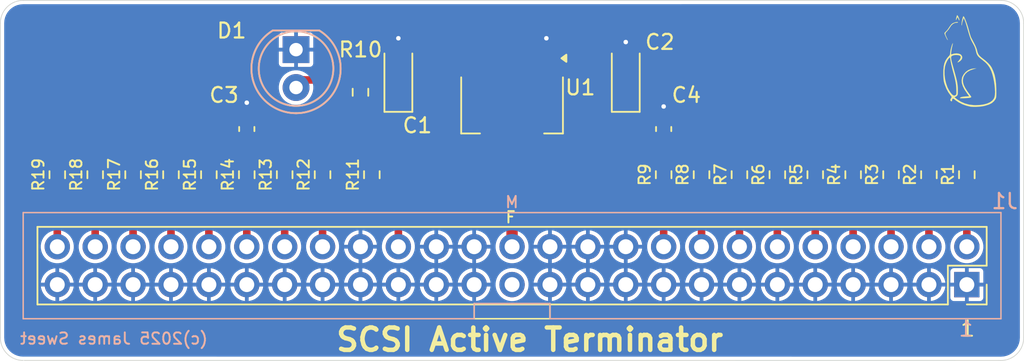
<source format=kicad_pcb>
(kicad_pcb (version 20241229) (generator "pcbnew") (generator_version "9.0")
  (layers (0 "F.Cu" signal) (2 "B.Cu" signal) (13 "F.Paste" user) (15 "B.Paste" user) (5 "F.SilkS" user "F.Silkscreen") (7 "B.SilkS" user "B.Silkscreen") (1 "F.Mask" user) (3 "B.Mask" user) (25 "Edge.Cuts" user))
  (net 0 "")
  (net 1 "GND")
  (net 2 "TRM_PWR")
  (net 3 "+2.85V")
  (net 4 "Net-(D1-A)")
  (net 5 "Net-(J1-Pin_12)")
  (net 6 "Net-(J1-Pin_14)")
  (net 7 "Net-(J1-Pin_46)")
  (net 8 "Net-(J1-Pin_8)")
  (net 9 "Net-(J1-Pin_36)")
  (net 10 "Net-(J1-Pin_10)")
  (net 11 "Net-(J1-Pin_48)")
  (net 12 "Net-(J1-Pin_18)")
  (net 13 "Net-(J1-Pin_2)")
  (net 15 "Net-(J1-Pin_6)")
  (net 16 "Net-(J1-Pin_38)")
  (net 17 "Net-(J1-Pin_40)")
  (net 18 "Net-(J1-Pin_32)")
  (net 19 "Net-(J1-Pin_42)")
  (net 20 "Net-(J1-Pin_50)")
  (net 21 "Net-(J1-Pin_44)")
  (net 22 "Net-(J1-Pin_16)")
  (net 23 "Net-(J1-Pin_4)")
  (footprint "Resistor_SMD:R_0603_1608Metric" (layer "F.Cu") (at 166.624 100.076 90)
    (property "Reference" "R6" (at 0 -1.27 90) (layer "F.SilkS") (effects (font (size 0.762 0.762) (thickness 0.127) (bold yes))))
    (property "Value" "110R")
    (fp_line (start -0.237258 -0.5225) (end 0.237258 -0.5225) (stroke (width 0.12)) (layer "F.SilkS"))
    (fp_line (start -0.237258 0.5225) (end 0.237258 0.5225) (stroke (width 0.12)) (layer "F.SilkS"))
    (pad "1" smd roundrect (at -0.825 0 90) (size 0.8 0.95) (layers "F.Cu" "F.Mask" "F.Paste") (net 5 "Net-(J1-Pin_12)"))
    (pad "2" smd roundrect (at 0.825 0 90) (size 0.8 0.95) (layers "F.Cu" "F.Mask" "F.Paste") (net 3 "+2.85V"))
  )
  (footprint "Resistor_SMD:R_0603_1608Metric" (layer "F.Cu") (at 123.444 100.076 90)
    (property "Reference" "R17" (at 0 -1.27 90) (layer "F.SilkS") (effects (font (size 0.762 0.762) (thickness 0.127) (bold yes))))
    (property "Value" "110R")
    (fp_line (start -0.237258 -0.5225) (end 0.237258 -0.5225) (stroke (width 0.12)) (layer "F.SilkS"))
    (fp_line (start -0.237258 0.5225) (end 0.237258 0.5225) (stroke (width 0.12)) (layer "F.SilkS"))
    (pad "1" smd roundrect (at -0.825 0 90) (size 0.8 0.95) (layers "F.Cu" "F.Mask" "F.Paste") (net 7 "Net-(J1-Pin_46)"))
    (pad "2" smd roundrect (at 0.825 0 90) (size 0.8 0.95) (layers "F.Cu" "F.Mask" "F.Paste") (net 3 "+2.85V"))
  )
  (footprint "Resistor_SMD:R_0603_1608Metric" (layer "F.Cu") (at 164.084 100.076 90)
    (property "Reference" "R7" (at 0 -1.27 90) (layer "F.SilkS") (effects (font (size 0.762 0.762) (thickness 0.127) (bold yes))))
    (property "Value" "110R")
    (fp_line (start -0.237258 -0.5225) (end 0.237258 -0.5225) (stroke (width 0.12)) (layer "F.SilkS"))
    (fp_line (start -0.237258 0.5225) (end 0.237258 0.5225) (stroke (width 0.12)) (layer "F.SilkS"))
    (pad "1" smd roundrect (at -0.825 0 90) (size 0.8 0.95) (layers "F.Cu" "F.Mask" "F.Paste") (net 6 "Net-(J1-Pin_14)"))
    (pad "2" smd roundrect (at 0.825 0 90) (size 0.8 0.95) (layers "F.Cu" "F.Mask" "F.Paste") (net 3 "+2.85V"))
  )
  (footprint "Resistor_SMD:R_0603_1608Metric" (layer "F.Cu") (at 179.324 100.076 90)
    (property "Reference" "R1" (at 0 -1.27 90) (layer "F.SilkS") (effects (font (size 0.762 0.762) (thickness 0.127) (bold yes))))
    (property "Value" "110R")
    (fp_line (start -0.237258 -0.5225) (end 0.237258 -0.5225) (stroke (width 0.12)) (layer "F.SilkS"))
    (fp_line (start -0.237258 0.5225) (end 0.237258 0.5225) (stroke (width 0.12)) (layer "F.SilkS"))
    (pad "1" smd roundrect (at -0.825 0 90) (size 0.8 0.95) (layers "F.Cu" "F.Mask" "F.Paste") (net 13 "Net-(J1-Pin_2)"))
    (pad "2" smd roundrect (at 0.825 0 90) (size 0.8 0.95) (layers "F.Cu" "F.Mask" "F.Paste") (net 3 "+2.85V"))
  )
  (footprint "Resistor_SMD:R_0603_1608Metric" (layer "F.Cu") (at 161.544 100.076 90)
    (property "Reference" "R8" (at 0 -1.27 90) (layer "F.SilkS") (effects (font (size 0.762 0.762) (thickness 0.127) (bold yes))))
    (property "Value" "110R")
    (fp_line (start -0.237258 -0.5225) (end 0.237258 -0.5225) (stroke (width 0.12)) (layer "F.SilkS"))
    (fp_line (start -0.237258 0.5225) (end 0.237258 0.5225) (stroke (width 0.12)) (layer "F.SilkS"))
    (pad "1" smd roundrect (at -0.825 0 90) (size 0.8 0.95) (layers "F.Cu" "F.Mask" "F.Paste") (net 22 "Net-(J1-Pin_16)"))
    (pad "2" smd roundrect (at 0.825 0 90) (size 0.8 0.95) (layers "F.Cu" "F.Mask" "F.Paste") (net 3 "+2.85V"))
  )
  (footprint "Package_TO_SOT_SMD:SOT-223-3_TabPin2" (layer "F.Cu") (at 148.844 95.402 -90)
    (property "Reference" "U1" (at -1.168 -4.572 180) (layer "F.SilkS"))
    (property "Value" "AMS1117-2.85")
    (fp_line (start -1.85 3.41) (end 1.91 3.41) (stroke (width 0.12)) (layer "F.SilkS"))
    (fp_line (start 1.91 3.41) (end 1.91 2.15) (stroke (width 0.12)) (layer "F.SilkS"))
    (fp_line (start -1.85 -3.41) (end 1.91 -3.41) (stroke (width 0.12)) (layer "F.SilkS"))
    (fp_line (start 1.91 -3.41) (end 1.91 -2.15) (stroke (width 0.12)) (layer "F.SilkS"))
    (fp_poly (pts (xy -3.13 -3.31) (xy -3.37 -3.64) (xy -2.89 -3.64) (xy -3.13 -3.31)) (stroke (width 0.12)) (fill yes) (layer "F.SilkS"))
    (pad "1" smd roundrect (at -3.15 -2.3 270) (size 2 1.5) (layers "F.Cu" "F.Mask" "F.Paste") (net 1 "GND"))
    (pad "2" smd roundrect (at -3.15 0 270) (size 2 1.5) (layers "F.Cu" "F.Mask" "F.Paste") (net 3 "+2.85V"))
    (pad "2" smd roundrect (at 3.15 0 270) (size 2 3.8) (layers "F.Cu" "F.Mask" "F.Paste") (net 3 "+2.85V"))
    (pad "3" smd roundrect (at -3.15 2.3 270) (size 2 1.5) (layers "F.Cu" "F.Mask" "F.Paste") (net 2 "TRM_PWR"))
  )
  (footprint "Resistor_SMD:R_0603_1608Metric" (layer "F.Cu") (at 139.446 100.076 90)
    (property "Reference" "R11" (at 0 -1.27 90) (layer "F.SilkS") (effects (font (size 0.762 0.762) (thickness 0.127) (bold yes))))
    (property "Value" "110R")
    (fp_line (start -0.237258 -0.5225) (end 0.237258 -0.5225) (stroke (width 0.12)) (layer "F.SilkS"))
    (fp_line (start -0.237258 0.5225) (end 0.237258 0.5225) (stroke (width 0.12)) (layer "F.SilkS"))
    (pad "1" smd roundrect (at -0.825 0 90) (size 0.8 0.95) (layers "F.Cu" "F.Mask" "F.Paste") (net 18 "Net-(J1-Pin_32)"))
    (pad "2" smd roundrect (at 0.825 0 90) (size 0.8 0.95) (layers "F.Cu" "F.Mask" "F.Paste") (net 3 "+2.85V"))
  )
  (footprint "Resistor_SMD:R_0603_1608Metric" (layer "F.Cu") (at 125.984 100.076 90)
    (property "Reference" "R16" (at 0 -1.27 90) (layer "F.SilkS") (effects (font (size 0.762 0.762) (thickness 0.127) (bold yes))))
    (property "Value" "110R")
    (fp_line (start -0.237258 -0.5225) (end 0.237258 -0.5225) (stroke (width 0.12)) (layer "F.SilkS"))
    (fp_line (start -0.237258 0.5225) (end 0.237258 0.5225) (stroke (width 0.12)) (layer "F.SilkS"))
    (pad "1" smd roundrect (at -0.825 0 90) (size 0.8 0.95) (layers "F.Cu" "F.Mask" "F.Paste") (net 21 "Net-(J1-Pin_44)"))
    (pad "2" smd roundrect (at 0.825 0 90) (size 0.8 0.95) (layers "F.Cu" "F.Mask" "F.Paste") (net 3 "+2.85V"))
  )
  (footprint "Resistor_SMD:R_0603_1608Metric" (layer "F.Cu") (at 131.064 100.076 90)
    (property "Reference" "R14" (at 0 -1.27 90) (layer "F.SilkS") (effects (font (size 0.762 0.762) (thickness 0.127) (bold yes))))
    (property "Value" "110R")
    (fp_line (start -0.237258 -0.5225) (end 0.237258 -0.5225) (stroke (width 0.12)) (layer "F.SilkS"))
    (fp_line (start -0.237258 0.5225) (end 0.237258 0.5225) (stroke (width 0.12)) (layer "F.SilkS"))
    (pad "1" smd roundrect (at -0.825 0 90) (size 0.8 0.95) (layers "F.Cu" "F.Mask" "F.Paste") (net 17 "Net-(J1-Pin_40)"))
    (pad "2" smd roundrect (at 0.825 0 90) (size 0.8 0.95) (layers "F.Cu" "F.Mask" "F.Paste") (net 3 "+2.85V"))
  )
  (footprint "Resistor_SMD:R_0603_1608Metric" (layer "F.Cu") (at 120.904 100.076 90)
    (property "Reference" "R18" (at 0 -1.27 90) (layer "F.SilkS") (effects (font (size 0.762 0.762) (thickness 0.127) (bold yes))))
    (property "Value" "110R")
    (fp_line (start -0.237258 -0.5225) (end 0.237258 -0.5225) (stroke (width 0.12)) (layer "F.SilkS"))
    (fp_line (start -0.237258 0.5225) (end 0.237258 0.5225) (stroke (width 0.12)) (layer "F.SilkS"))
    (pad "1" smd roundrect (at -0.825 0 90) (size 0.8 0.95) (layers "F.Cu" "F.Mask" "F.Paste") (net 11 "Net-(J1-Pin_48)"))
    (pad "2" smd roundrect (at 0.825 0 90) (size 0.8 0.95) (layers "F.Cu" "F.Mask" "F.Paste") (net 3 "+2.85V"))
  )
  (footprint "Logo:cat_300" (layer "F.Cu") (at 179.324 92.456)
    (property "Reference" "VAL" (hide yes))
    (property "Value" "REF" (hide yes))
    (fp_poly (pts (xy -0.4953 -2.75082) (xy -0.49784 -2.75082) (xy -0.50546 -2.7178) (xy -0.5207 -2.72796) (xy -0.54864 -2.78384) (xy -0.54864 -2.78638) (xy -0.58166 -2.86004) (xy -0.60452 -2.91592) (xy -0.60706 -2.92354) (xy -0.62484 -2.92862) (xy -0.65278 -2.8829) (xy -0.67056 -2.84734) (xy -0.6985 -2.7813) (xy -0.7239 -2.7432) (xy -0.72898 -2.7432) (xy -0.73152 -2.77368) (xy -0.72136 -2.83972) (xy -0.70358 -2.921) (xy -0.68072 -2.99974) (xy -0.6604 -3.05562) (xy -0.65278 -3.06832) (xy -0.62992 -3.06324) (xy -0.5969 -3.01752) (xy -0.56134 -2.95148) (xy -0.52832 -2.87528) (xy -0.50292 -2.80416) (xy -0.4953 -2.75082)) (stroke (width 0.00254)) (fill yes) (layer "F.SilkS"))
    (fp_poly (pts (xy -0.58928 -2.59842) (xy -0.5969 -2.57556) (xy -0.65786 -2.56794) (xy -0.66548 -2.56794) (xy -0.80772 -2.54762) (xy -0.93472 -2.48158) (xy -1.04902 -2.37236) (xy -1.15062 -2.21996) (xy -1.2192 -2.11836) (xy -1.30048 -2.0193) (xy -1.34112 -1.97358) (xy -1.39954 -1.91516) (xy -1.43002 -1.85928) (xy -1.4351 -1.80086) (xy -1.41478 -1.71958) (xy -1.36652 -1.61036) (xy -1.34366 -1.55956) (xy -1.29794 -1.46304) (xy -1.27762 -1.41224) (xy -1.27762 -1.397) (xy -1.2954 -1.41478) (xy -1.30556 -1.42748) (xy -1.33858 -1.47828) (xy -1.37922 -1.55956) (xy -1.42494 -1.65354) (xy -1.46558 -1.74752) (xy -1.49352 -1.82372) (xy -1.50114 -1.86182) (xy -1.48082 -1.90754) (xy -1.43002 -1.95834) (xy -1.41732 -1.9685) (xy -1.36652 -2.01676) (xy -1.29794 -2.09804) (xy -1.22428 -2.19964) (xy -1.18872 -2.25552) (xy -1.10236 -2.37998) (xy -1.0287 -2.46634) (xy -0.96012 -2.52222) (xy -0.93218 -2.53746) (xy -0.83312 -2.5781) (xy -0.7366 -2.60604) (xy -0.65278 -2.6162) (xy -0.5969 -2.60604) (xy -0.58928 -2.59842)) (stroke (width 0.00254)) (fill yes) (layer "F.SilkS"))
    (fp_poly (pts (xy 0.64262 0.49276) (xy 0.46482 0.54102) (xy 0.22606 0.62484) (xy 0.03556 0.73406) (xy -0.10668 0.86868) (xy -0.20574 1.0287) (xy -0.23622 1.1176) (xy -0.26416 1.27254) (xy -0.254 1.43256) (xy -0.20574 1.60528) (xy -0.11684 1.7907) (xy 0.01524 2.00152) (xy 0.10922 2.1336) (xy 0.18542 2.2352) (xy 0.24638 2.32156) (xy 0.28702 2.38252) (xy 0.29972 2.41046) (xy 0.27686 2.43586) (xy 0.23876 2.45364) (xy 0.18542 2.46634) (xy 0.09652 2.4765) (xy -0.0127 2.48412) (xy -0.13208 2.49174) (xy -0.24892 2.49682) (xy -0.35052 2.49682) (xy -0.42672 2.49428) (xy -0.46228 2.48666) (xy -0.46482 2.48412) (xy -0.43688 2.44602) (xy -0.36068 2.413) (xy -0.23622 2.39014) (xy -0.09144 2.37744) (xy 0.15748 2.3622) (xy 0.00762 2.15646) (xy -0.15494 1.91516) (xy -0.2667 1.69164) (xy -0.33274 1.4859) (xy -0.34798 1.29286) (xy -0.32004 1.10998) (xy -0.30226 1.05918) (xy -0.20574 0.87884) (xy -0.06858 0.72644) (xy 0.09906 0.60706) (xy 0.2921 0.53086) (xy 0.46482 0.50038) (xy 0.64262 0.49276)) (stroke (width 0.00254)) (fill yes) (layer "F.SilkS"))
    (fp_poly (pts (xy 1.97866 2.15138) (xy 1.97612 2.27838) (xy 1.97104 2.37236) (xy 1.96342 2.4384) (xy 1.95072 2.4892) (xy 1.93294 2.53238) (xy 1.92024 2.55778) (xy 1.8161 2.70002) (xy 1.6764 2.8194) (xy 1.49098 2.91592) (xy 1.25984 2.98958) (xy 1.13792 3.02006) (xy 0.98552 3.04546) (xy 0.80518 3.06324) (xy 0.61722 3.0734) (xy 0.44196 3.0734) (xy 0.2921 3.06578) (xy 0.24638 3.0607) (xy -0.03048 2.99466) (xy -0.29972 2.89814) (xy -0.55118 2.7686) (xy -0.76962 2.62128) (xy -0.79756 2.59588) (xy -0.86868 2.54254) (xy -0.91694 2.52222) (xy -0.9525 2.53238) (xy -0.98552 2.58318) (xy -0.98806 2.63144) (xy -0.99822 2.68986) (xy -1.03378 2.7051) (xy -1.08204 2.67208) (xy -1.0922 2.66192) (xy -1.10998 2.61366) (xy -1.0922 2.55016) (xy -1.03632 2.45872) (xy -1.03378 2.45364) (xy -1.02108 2.42062) (xy -1.03378 2.37744) (xy -1.08204 2.31394) (xy -1.09474 2.2987) (xy -1.24206 2.0955) (xy -1.37414 1.85166) (xy -1.47828 1.58496) (xy -1.48082 1.58496) (xy -1.51384 1.4732) (xy -1.53924 1.37922) (xy -1.55448 1.28524) (xy -1.56464 1.17602) (xy -1.57226 1.03632) (xy -1.57734 0.9144) (xy -1.5748 0.61976) (xy -1.55194 0.36576) (xy -1.50368 0.14986) (xy -1.42748 -0.03556) (xy -1.3208 -0.19558) (xy -1.24206 -0.28702) (xy -1.17348 -0.36322) (xy -1.13538 -0.42164) (xy -1.12268 -0.48514) (xy -1.12014 -0.52832) (xy -1.11252 -0.60198) (xy -1.09728 -0.70104) (xy -1.07188 -0.81534) (xy -1.0414 -0.92964) (xy -1.01092 -1.03632) (xy -0.98044 -1.12268) (xy -0.95504 -1.17856) (xy -0.93726 -1.1938) (xy -0.93726 -1.19126) (xy -0.9398 -1.16332) (xy -0.9525 -1.09474) (xy -0.97282 -0.99822) (xy -0.98044 -0.9652) (xy -1.00838 -0.8382) (xy -1.03124 -0.70358) (xy -1.04648 -0.59436) (xy -1.04902 -0.59182) (xy -1.0541 -0.50292) (xy -1.05156 -0.4572) (xy -1.03632 -0.4445) (xy -1.016 -0.44958) (xy -0.84836 -0.49784) (xy -0.6858 -0.51054) (xy -0.53848 -0.49276) (xy -0.42164 -0.4445) (xy -0.37846 -0.40894) (xy -0.3175 -0.31496) (xy -0.30734 -0.21336) (xy -0.3429 -0.10922) (xy -0.42926 -0.0127) (xy -0.47244 0.02032) (xy -0.56388 0.0762) (xy -0.61468 0.09906) (xy -0.6223 0.08382) (xy -0.58928 0.03302) (xy -0.53848 -0.0254) (xy -0.45212 -0.1397) (xy -0.41148 -0.23622) (xy -0.41656 -0.30988) (xy -0.46482 -0.3556) (xy -0.56134 -0.38862) (xy -0.67818 -0.40132) (xy -0.8001 -0.39878) (xy -0.91186 -0.37592) (xy -0.99822 -0.34036) (xy -1.03886 -0.29972) (xy -1.05156 -0.26162) (xy -1.0541 -0.20574) (xy -1.04394 -0.127) (xy -1.02362 -0.01778) (xy -0.9906 0.12192) (xy -0.94234 0.30226) (xy -0.87884 0.52832) (xy -0.84582 0.6477) (xy -0.77216 0.91186) (xy -0.71374 1.13284) (xy -0.66802 1.3208) (xy -0.63754 1.4859) (xy -0.61722 1.6383) (xy -0.60452 1.78562) (xy -0.60198 1.93802) (xy -0.59944 1.97104) (xy -0.60198 2.10312) (xy -0.60452 2.19456) (xy -0.61468 2.25298) (xy -0.62992 2.29362) (xy -0.65786 2.3241) (xy -0.66802 2.3368) (xy -0.70104 2.3622) (xy -0.70104 2.09296) (xy -0.70358 1.96596) (xy -0.70358 1.93548) (xy -0.7112 1.7653) (xy -0.7239 1.60528) (xy -0.7493 1.44526) (xy -0.78232 1.27) (xy -0.82804 1.06934) (xy -0.889 0.83566) (xy -0.91694 0.7366) (xy -0.96266 0.56388) (xy -1.00584 0.38354) (xy -1.04648 0.2159) (xy -1.07442 0.07366) (xy -1.08458 0.02032) (xy -1.1303 -0.24638) (xy -1.19634 -0.18542) (xy -1.26492 -0.09906) (xy -1.33604 0.0254) (xy -1.39954 0.16764) (xy -1.4478 0.3175) (xy -1.46304 0.37846) (xy -1.49606 0.63754) (xy -1.49352 0.91948) (xy -1.45796 1.21158) (xy -1.38938 1.4986) (xy -1.29794 1.76276) (xy -1.19634 1.95834) (xy -1.0922 2.11836) (xy -1.00076 2.23012) (xy -0.91948 2.29616) (xy -0.84582 2.31902) (xy -0.77216 2.2987) (xy -0.7493 2.28346) (xy -0.72644 2.2606) (xy -0.7112 2.22758) (xy -0.70358 2.17678) (xy -0.70104 2.09296) (xy -0.70104 2.3622) (xy -0.7239 2.38252) (xy -0.7747 2.40284) (xy -0.77724 2.40284) (xy -0.8128 2.41046) (xy -0.81026 2.43332) (xy -0.76454 2.47904) (xy -0.67818 2.54762) (xy -0.66294 2.56032) (xy -0.40132 2.72542) (xy -0.13208 2.8448) (xy 0.15494 2.921) (xy 0.4699 2.95656) (xy 0.58674 2.9591) (xy 0.87884 2.9464) (xy 1.14046 2.9083) (xy 1.36906 2.8448) (xy 1.55956 2.75844) (xy 1.70688 2.64922) (xy 1.81102 2.51968) (xy 1.8542 2.413) (xy 1.88214 2.2606) (xy 1.88976 2.0701) (xy 1.8796 1.85166) (xy 1.85674 1.6129) (xy 1.82118 1.36652) (xy 1.77292 1.12522) (xy 1.7145 0.89916) (xy 1.64846 0.6985) (xy 1.6002 0.58674) (xy 1.50876 0.41402) (xy 1.39954 0.26162) (xy 1.26492 0.11684) (xy 1.0922 -0.02794) (xy 1.0287 -0.07874) (xy 0.89154 -0.18796) (xy 0.78994 -0.2794) (xy 0.72136 -0.36322) (xy 0.67056 -0.45466) (xy 0.635 -0.56134) (xy 0.61468 -0.64516) (xy 0.5842 -0.77216) (xy 0.55372 -0.87376) (xy 0.51816 -0.9652) (xy 0.46736 -1.0668) (xy 0.39878 -1.19634) (xy 0.37846 -1.22936) (xy 0.3302 -1.3208) (xy 0.28448 -1.41224) (xy 0.2413 -1.5113) (xy 0.20066 -1.62814) (xy 0.15494 -1.76784) (xy 0.10414 -1.94056) (xy 0.04318 -2.15392) (xy 0.01524 -2.25298) (xy -0.02794 -2.39776) (xy -0.07112 -2.53746) (xy -0.11176 -2.65684) (xy -0.14478 -2.74066) (xy -0.14732 -2.7432) (xy -0.20828 -2.8829) (xy -0.26924 -2.7051) (xy -0.29972 -2.60096) (xy -0.32004 -2.50444) (xy -0.32766 -2.44602) (xy -0.33274 -2.39522) (xy -0.34544 -2.39268) (xy -0.3556 -2.40538) (xy -0.35814 -2.44856) (xy -0.35052 -2.52984) (xy -0.33528 -2.63652) (xy -0.31242 -2.7559) (xy -0.28448 -2.86766) (xy -0.254 -2.96418) (xy -0.24384 -2.98958) (xy -0.22352 -3.00228) (xy -0.1905 -2.96418) (xy -0.14732 -2.88798) (xy -0.09906 -2.77622) (xy -0.04318 -2.63398) (xy 0.01524 -2.46888) (xy 0.07366 -2.28854) (xy 0.12192 -2.11582) (xy 0.1651 -1.96088) (xy 0.20574 -1.81864) (xy 0.2413 -1.7018) (xy 0.26924 -1.61798) (xy 0.28448 -1.58496) (xy 0.30988 -1.53416) (xy 0.3556 -1.4478) (xy 0.41402 -1.33604) (xy 0.47752 -1.21412) (xy 0.48514 -1.20142) (xy 0.56642 -1.03886) (xy 0.62992 -0.889) (xy 0.6731 -0.76708) (xy 0.68326 -0.7239) (xy 0.72136 -0.57658) (xy 0.77216 -0.45974) (xy 0.84582 -0.35814) (xy 0.95504 -0.25654) (xy 1.0287 -0.19812) (xy 1.24968 -0.0254) (xy 1.4224 0.13208) (xy 1.55702 0.2794) (xy 1.65354 0.4191) (xy 1.67386 0.45974) (xy 1.78054 0.69342) (xy 1.86436 0.9398) (xy 1.92024 1.21158) (xy 1.95834 1.51638) (xy 1.97612 1.86182) (xy 1.97612 1.9812) (xy 1.97866 2.15138)) (stroke (width 0.00254)) (fill yes) (layer "F.SilkS"))
  )
  (footprint "Capacitor_Tantalum_SMD:CP_EIA-3216-18_Kemet-A" (layer "F.Cu") (at 156.464 93.552 90)
    (property "Reference" "C2" (at 2.366 2.286 180) (layer "F.SilkS"))
    (property "Value" "22uF")
    (fp_line (start 1.6 -0.935) (end -2.31 -0.935) (stroke (width 0.12)) (layer "F.SilkS"))
    (fp_line (start -2.31 -0.935) (end -2.31 0.935) (stroke (width 0.12)) (layer "F.SilkS"))
    (fp_line (start -2.31 0.935) (end 1.6 0.935) (stroke (width 0.12)) (layer "F.SilkS"))
    (pad "1" smd roundrect (at -1.35 0 90) (size 1.4 1.35) (layers "F.Cu" "F.Mask" "F.Paste") (roundrect_rratio 0.185185) (net 3 "+2.85V"))
    (pad "2" smd roundrect (at 1.35 0 90) (size 1.4 1.35) (layers "F.Cu" "F.Mask" "F.Paste") (roundrect_rratio 0.185185) (net 1 "GND"))
  )
  (footprint "Resistor_SMD:R_0603_1608Metric" (layer "F.Cu") (at 138.684 94.551 -90)
    (property "Reference" "R10" (at -2.857 0 0) (layer "F.SilkS"))
    (property "Value" "330R")
    (fp_line (start -0.237258 0.5225) (end 0.237258 0.5225) (stroke (width 0.12)) (layer "F.SilkS"))
    (fp_line (start -0.237258 -0.5225) (end 0.237258 -0.5225) (stroke (width 0.12)) (layer "F.SilkS"))
    (pad "1" smd roundrect (at -0.825 0 270) (size 0.8 0.95) (layers "F.Cu" "F.Mask" "F.Paste") (net 4 "Net-(D1-A)"))
    (pad "2" smd roundrect (at 0.825 0 270) (size 0.8 0.95) (layers "F.Cu" "F.Mask" "F.Paste") (net 2 "TRM_PWR"))
  )
  (footprint "Resistor_SMD:R_0603_1608Metric" (layer "F.Cu") (at 136.144 100.076 90)
    (property "Reference" "R12" (at 0 -1.27 90) (layer "F.SilkS") (effects (font (size 0.762 0.762) (thickness 0.127) (bold yes))))
    (property "Value" "110R")
    (fp_line (start -0.237258 -0.5225) (end 0.237258 -0.5225) (stroke (width 0.12)) (layer "F.SilkS"))
    (fp_line (start -0.237258 0.5225) (end 0.237258 0.5225) (stroke (width 0.12)) (layer "F.SilkS"))
    (pad "1" smd roundrect (at -0.825 0 90) (size 0.8 0.95) (layers "F.Cu" "F.Mask" "F.Paste") (net 9 "Net-(J1-Pin_36)"))
    (pad "2" smd roundrect (at 0.825 0 90) (size 0.8 0.95) (layers "F.Cu" "F.Mask" "F.Paste") (net 3 "+2.85V"))
  )
  (footprint "Capacitor_SMD:C_0603_1608Metric" (layer "F.Cu") (at 159.004 97.015 90)
    (property "Reference" "C4" (at 2.273 1.524 180) (layer "F.SilkS"))
    (property "Value" "100n")
    (fp_line (start -0.14058 -0.51) (end 0.14058 -0.51) (stroke (width 0.12)) (layer "F.SilkS"))
    (fp_line (start -0.14058 0.51) (end 0.14058 0.51) (stroke (width 0.12)) (layer "F.SilkS"))
    (pad "1" smd roundrect (at -0.775 0 90) (size 0.9 0.95) (layers "F.Cu" "F.Mask" "F.Paste") (net 3 "+2.85V"))
    (pad "2" smd roundrect (at 0.775 0 90) (size 0.9 0.95) (layers "F.Cu" "F.Mask" "F.Paste") (net 1 "GND"))
  )
  (footprint "Resistor_SMD:R_0603_1608Metric" (layer "F.Cu") (at 174.244 100.076 90)
    (property "Reference" "R3" (at 0 -1.27 90) (layer "F.SilkS") (effects (font (size 0.762 0.762) (thickness 0.127) (bold yes))))
    (property "Value" "110R")
    (fp_line (start -0.237258 -0.5225) (end 0.237258 -0.5225) (stroke (width 0.12)) (layer "F.SilkS"))
    (fp_line (start -0.237258 0.5225) (end 0.237258 0.5225) (stroke (width 0.12)) (layer "F.SilkS"))
    (pad "1" smd roundrect (at -0.825 0 90) (size 0.8 0.95) (layers "F.Cu" "F.Mask" "F.Paste") (net 15 "Net-(J1-Pin_6)"))
    (pad "2" smd roundrect (at 0.825 0 90) (size 0.8 0.95) (layers "F.Cu" "F.Mask" "F.Paste") (net 3 "+2.85V"))
  )
  (footprint "Resistor_SMD:R_0603_1608Metric" (layer "F.Cu") (at 118.364 100.076 90)
    (property "Reference" "R19" (at 0 -1.27 90) (layer "F.SilkS") (effects (font (size 0.762 0.762) (thickness 0.127) (bold yes))))
    (property "Value" "110R")
    (fp_line (start -0.237258 -0.5225) (end 0.237258 -0.5225) (stroke (width 0.12)) (layer "F.SilkS"))
    (fp_line (start -0.237258 0.5225) (end 0.237258 0.5225) (stroke (width 0.12)) (layer "F.SilkS"))
    (pad "1" smd roundrect (at -0.825 0 90) (size 0.8 0.95) (layers "F.Cu" "F.Mask" "F.Paste") (net 20 "Net-(J1-Pin_50)"))
    (pad "2" smd roundrect (at 0.825 0 90) (size 0.8 0.95) (layers "F.Cu" "F.Mask" "F.Paste") (net 3 "+2.85V"))
  )
  (footprint "Capacitor_SMD:C_0603_1608Metric" (layer "F.Cu") (at 131.064 97.015 90)
    (property "Reference" "C3" (at 2.273 -1.524 180) (layer "F.SilkS"))
    (property "Value" "100n")
    (fp_line (start -0.14058 -0.51) (end 0.14058 -0.51) (stroke (width 0.12)) (layer "F.SilkS"))
    (fp_line (start -0.14058 0.51) (end 0.14058 0.51) (stroke (width 0.12)) (layer "F.SilkS"))
    (pad "1" smd roundrect (at -0.775 0 90) (size 0.9 0.95) (layers "F.Cu" "F.Mask" "F.Paste") (net 3 "+2.85V"))
    (pad "2" smd roundrect (at 0.775 0 90) (size 0.9 0.95) (layers "F.Cu" "F.Mask" "F.Paste") (net 1 "GND"))
  )
  (footprint "Resistor_SMD:R_0603_1608Metric" (layer "F.Cu") (at 159.004 100.076 90)
    (property "Reference" "R9" (at 0 -1.27 90) (layer "F.SilkS") (effects (font (size 0.762 0.762) (thickness 0.127) (bold yes))))
    (property "Value" "110R")
    (fp_line (start -0.237258 -0.5225) (end 0.237258 -0.5225) (stroke (width 0.12)) (layer "F.SilkS"))
    (fp_line (start -0.237258 0.5225) (end 0.237258 0.5225) (stroke (width 0.12)) (layer "F.SilkS"))
    (pad "1" smd roundrect (at -0.825 0 90) (size 0.8 0.95) (layers "F.Cu" "F.Mask" "F.Paste") (net 12 "Net-(J1-Pin_18)"))
    (pad "2" smd roundrect (at 0.825 0 90) (size 0.8 0.95) (layers "F.Cu" "F.Mask" "F.Paste") (net 3 "+2.85V"))
  )
  (footprint "Resistor_SMD:R_0603_1608Metric" (layer "F.Cu") (at 128.524 100.076 90)
    (property "Reference" "R15" (at 0 -1.27 90) (layer "F.SilkS") (effects (font (size 0.762 0.762) (thickness 0.127) (bold yes))))
    (property "Value" "110R")
    (fp_line (start -0.237258 -0.5225) (end 0.237258 -0.5225) (stroke (width 0.12)) (layer "F.SilkS"))
    (fp_line (start -0.237258 0.5225) (end 0.237258 0.5225) (stroke (width 0.12)) (layer "F.SilkS"))
    (pad "1" smd roundrect (at -0.825 0 90) (size 0.8 0.95) (layers "F.Cu" "F.Mask" "F.Paste") (net 19 "Net-(J1-Pin_42)"))
    (pad "2" smd roundrect (at 0.825 0 90) (size 0.8 0.95) (layers "F.Cu" "F.Mask" "F.Paste") (net 3 "+2.85V"))
  )
  (footprint "LED_THT:LED_D5.0mm" (layer "F.Cu") (at 134.366 91.694 -90)
    (property "Reference" "D1" (at -1.27 4.318 180) (layer "F.SilkS"))
    (property "Value" "LED")
    (fp_line (start -1.29 -1.545) (end -1.29 1.545) (stroke (width 0.12)) (layer "F.SilkS"))
    (fp_arc (start 4.26 -0.000462) (mid 2.072002 2.880433) (end -1.29 1.54483) (stroke (width 0.12)) (layer "F.SilkS"))
    (fp_arc (start -1.29 -1.54483) (mid 2.072002 -2.880433) (end 4.26 0.000462) (stroke (width 0.12)) (layer "F.SilkS"))
    (fp_circle (center 1.27 0) (end 3.77 0) (stroke (width 0.12)) (fill no) (layer "F.SilkS"))
    (fp_line (start -1.29 -1.545001) (end -1.29 1.544999) (stroke (width 0.12)) (layer "B.SilkS"))
    (fp_arc (start 4.26 -0.000463) (mid 2.072002 2.880432) (end -1.29 1.544829) (stroke (width 0.12)) (layer "B.SilkS"))
    (fp_arc (start -1.29 -1.544831) (mid 2.072002 -2.880434) (end 4.26 0.000461) (stroke (width 0.12)) (layer "B.SilkS"))
    (fp_circle (center 1.27 -0.000001) (end 3.77 -0.000001) (stroke (width 0.12)) (fill no) (layer "B.SilkS"))
    (pad "1" thru_hole rect (at 0 0 270) (size 1.8 1.8) (drill 0.9) (layers "*.Cu" "*.Mask") (net 1 "GND"))
    (pad "2" thru_hole circle (at 2.54 0 270) (size 1.8 1.8) (drill 0.9) (layers "*.Cu" "*.Mask") (net 4 "Net-(D1-A)"))
  )
  (footprint "Resistor_SMD:R_0603_1608Metric" (layer "F.Cu") (at 133.604 100.076 90)
    (property "Reference" "R13" (at 0 -1.27 90) (layer "F.SilkS") (effects (font (size 0.762 0.762) (thickness 0.127) (bold yes))))
    (property "Value" "110R")
    (fp_line (start -0.237258 -0.5225) (end 0.237258 -0.5225) (stroke (width 0.12)) (layer "F.SilkS"))
    (fp_line (start -0.237258 0.5225) (end 0.237258 0.5225) (stroke (width 0.12)) (layer "F.SilkS"))
    (pad "1" smd roundrect (at -0.825 0 90) (size 0.8 0.95) (layers "F.Cu" "F.Mask" "F.Paste") (net 16 "Net-(J1-Pin_38)"))
    (pad "2" smd roundrect (at 0.825 0 90) (size 0.8 0.95) (layers "F.Cu" "F.Mask" "F.Paste") (net 3 "+2.85V"))
  )
  (footprint "Resistor_SMD:R_0603_1608Metric" (layer "F.Cu") (at 171.704 100.076 90)
    (property "Reference" "R4" (at 0 -1.27 90) (layer "F.SilkS") (effects (font (size 0.762 0.762) (thickness 0.127) (bold yes))))
    (property "Value" "110R")
    (fp_line (start -0.237258 -0.5225) (end 0.237258 -0.5225) (stroke (width 0.12)) (layer "F.SilkS"))
    (fp_line (start -0.237258 0.5225) (end 0.237258 0.5225) (stroke (width 0.12)) (layer "F.SilkS"))
    (pad "1" smd roundrect (at -0.825 0 90) (size 0.8 0.95) (layers "F.Cu" "F.Mask" "F.Paste") (net 8 "Net-(J1-Pin_8)"))
    (pad "2" smd roundrect (at 0.825 0 90) (size 0.8 0.95) (layers "F.Cu" "F.Mask" "F.Paste") (net 3 "+2.85V"))
  )
  (footprint "Resistor_SMD:R_0603_1608Metric" (layer "F.Cu") (at 169.164 100.076 90)
    (property "Reference" "R5" (at 0 -1.27 90) (layer "F.SilkS") (effects (font (size 0.762 0.762) (thickness 0.127) (bold yes))))
    (property "Value" "110R")
    (fp_line (start -0.237258 -0.5225) (end 0.237258 -0.5225) (stroke (width 0.12)) (layer "F.SilkS"))
    (fp_line (start -0.237258 0.5225) (end 0.237258 0.5225) (stroke (width 0.12)) (layer "F.SilkS"))
    (pad "1" smd roundrect (at -0.825 0 90) (size 0.8 0.95) (layers "F.Cu" "F.Mask" "F.Paste") (net 10 "Net-(J1-Pin_10)"))
    (pad "2" smd roundrect (at 0.825 0 90) (size 0.8 0.95) (layers "F.Cu" "F.Mask" "F.Paste") (net 3 "+2.85V"))
  )
  (footprint "Capacitor_Tantalum_SMD:CP_EIA-3216-18_Kemet-A" (layer "F.Cu") (at 141.224 93.552 90)
    (property "Reference" "C1" (at -3.222 1.27 180) (layer "F.SilkS"))
    (property "Value" "10uF")
    (fp_line (start 1.6 -0.935) (end -2.31 -0.935) (stroke (width 0.12)) (layer "F.SilkS"))
    (fp_line (start -2.31 -0.935) (end -2.31 0.935) (stroke (width 0.12)) (layer "F.SilkS"))
    (fp_line (start -2.31 0.935) (end 1.6 0.935) (stroke (width 0.12)) (layer "F.SilkS"))
    (pad "1" smd roundrect (at -1.35 0 90) (size 1.4 1.35) (layers "F.Cu" "F.Mask" "F.Paste") (roundrect_rratio 0.185185) (net 2 "TRM_PWR"))
    (pad "2" smd roundrect (at 1.35 0 90) (size 1.4 1.35) (layers "F.Cu" "F.Mask" "F.Paste") (roundrect_rratio 0.185185) (net 1 "GND"))
  )
  (footprint "Resistor_SMD:R_0603_1608Metric" (layer "F.Cu") (at 176.784 100.076 90)
    (property "Reference" "R2" (at 0 -1.27 90) (layer "F.SilkS") (effects (font (size 0.762 0.762) (thickness 0.127) (bold yes))))
    (property "Value" "110R")
    (fp_line (start -0.237258 -0.5225) (end 0.237258 -0.5225) (stroke (width 0.12)) (layer "F.SilkS"))
    (fp_line (start -0.237258 0.5225) (end 0.237258 0.5225) (stroke (width 0.12)) (layer "F.SilkS"))
    (pad "1" smd roundrect (at -0.825 0 90) (size 0.8 0.95) (layers "F.Cu" "F.Mask" "F.Paste") (net 23 "Net-(J1-Pin_4)"))
    (pad "2" smd roundrect (at 0.825 0 90) (size 0.8 0.95) (layers "F.Cu" "F.Mask" "F.Paste") (net 3 "+2.85V"))
  )
  (footprint "Connector_PinHeader_2.54mm:PinHeader_2x25_P2.54mm_Vertical" (layer "B.Cu") (at 179.324 107.442 90)
    (property "Reference" "J1" (at 5.588 2.54 0) (layer "B.SilkS") (effects (font (size 1.016 1.016) (thickness 0.1524)) (justify mirror)))
    (property "Value" "SCSI-50" (hide yes))
    (fp_line (start -1.33 -62.29) (end 3.87 -62.29) (stroke (width 0.12)) (layer "F.SilkS"))
    (fp_line (start -2.286 -33.02) (end -1.27 -33.02) (stroke (width 0.1)) (layer "F.SilkS"))
    (fp_line (start -1.27 -27.94) (end -2.286 -27.94) (stroke (width 0.1)) (layer "F.SilkS"))
    (fp_line (start -2.286 -27.94) (end -2.286 -33.02) (stroke (width 0.1)) (layer "F.SilkS"))
    (fp_line (start 1.27 -1.27) (end 1.27 1.33) (stroke (width 0.12)) (layer "F.SilkS"))
    (fp_line (start -1.33 -1.27) (end -1.33 -62.29) (stroke (width 0.12)) (layer "F.SilkS"))
    (fp_line (start -1.33 -1.27) (end 1.27 -1.27) (stroke (width 0.12)) (layer "F.SilkS"))
    (fp_line (start -1.33 0) (end -1.33 1.33) (stroke (width 0.12)) (layer "F.SilkS"))
    (fp_line (start 3.87 1.33) (end 3.87 -62.29) (stroke (width 0.12)) (layer "F.SilkS"))
    (fp_line (start 1.27 1.33) (end 3.87 1.33) (stroke (width 0.12)) (layer "F.SilkS"))
    (fp_line (start -1.33 1.33) (end 0 1.33) (stroke (width 0.12)) (layer "F.SilkS"))
    (pad "1" thru_hole rect (at 0 0 90) (size 1.7 1.7) (drill 1) (layers "*.Cu" "*.Mask") (net 1 "GND"))
    (pad "2" thru_hole oval (at 2.54 0 90) (size 1.7 1.7) (drill 1) (layers "*.Cu" "*.Mask") (net 13 "Net-(J1-Pin_2)"))
    (pad "3" thru_hole oval (at 0 -2.54 90) (size 1.7 1.7) (drill 1) (layers "*.Cu" "*.Mask") (net 1 "GND"))
    (pad "4" thru_hole oval (at 2.54 -2.54 90) (size 1.7 1.7) (drill 1) (layers "*.Cu" "*.Mask") (net 23 "Net-(J1-Pin_4)"))
    (pad "5" thru_hole oval (at 0 -5.08 90) (size 1.7 1.7) (drill 1) (layers "*.Cu" "*.Mask") (net 1 "GND"))
    (pad "6" thru_hole oval (at 2.54 -5.08 90) (size 1.7 1.7) (drill 1) (layers "*.Cu" "*.Mask") (net 15 "Net-(J1-Pin_6)"))
    (pad "7" thru_hole oval (at 0 -7.62 90) (size 1.7 1.7) (drill 1) (layers "*.Cu" "*.Mask") (net 1 "GND"))
    (pad "8" thru_hole oval (at 2.54 -7.62 90) (size 1.7 1.7) (drill 1) (layers "*.Cu" "*.Mask") (net 8 "Net-(J1-Pin_8)"))
    (pad "9" thru_hole oval (at 0 -10.16 90) (size 1.7 1.7) (drill 1) (layers "*.Cu" "*.Mask") (net 1 "GND"))
    (pad "10" thru_hole oval (at 2.54 -10.16 90) (size 1.7 1.7) (drill 1) (layers "*.Cu" "*.Mask") (net 10 "Net-(J1-Pin_10)"))
    (pad "11" thru_hole oval (at 0 -12.7 90) (size 1.7 1.7) (drill 1) (layers "*.Cu" "*.Mask") (net 1 "GND"))
    (pad "12" thru_hole oval (at 2.54 -12.7 90) (size 1.7 1.7) (drill 1) (layers "*.Cu" "*.Mask") (net 5 "Net-(J1-Pin_12)"))
    (pad "13" thru_hole oval (at 0 -15.24 90) (size 1.7 1.7) (drill 1) (layers "*.Cu" "*.Mask") (net 1 "GND"))
    (pad "14" thru_hole oval (at 2.54 -15.24 90) (size 1.7 1.7) (drill 1) (layers "*.Cu" "*.Mask") (net 6 "Net-(J1-Pin_14)"))
    (pad "15" thru_hole oval (at 0 -17.78 90) (size 1.7 1.7) (drill 1) (layers "*.Cu" "*.Mask") (net 1 "GND"))
    (pad "16" thru_hole oval (at 2.54 -17.78 90) (size 1.7 1.7) (drill 1) (layers "*.Cu" "*.Mask") (net 22 "Net-(J1-Pin_16)"))
    (pad "17" thru_hole oval (at 0 -20.32 90) (size 1.7 1.7) (drill 1) (layers "*.Cu" "*.Mask") (net 1 "GND"))
    (pad "18" thru_hole oval (at 2.54 -20.32 90) (size 1.7 1.7) (drill 1) (layers "*.Cu" "*.Mask") (net 12 "Net-(J1-Pin_18)"))
    (pad "19" thru_hole oval (at 0 -22.86 90) (size 1.7 1.7) (drill 1) (layers "*.Cu" "*.Mask") (net 1 "GND"))
    (pad "20" thru_hole oval (at 2.54 -22.86 90) (size 1.7 1.7) (drill 1) (layers "*.Cu" "*.Mask") (net 1 "GND"))
    (pad "21" thru_hole oval (at 0 -25.4 90) (size 1.7 1.7) (drill 1) (layers "*.Cu" "*.Mask") (net 1 "GND"))
    (pad "22" thru_hole oval (at 2.54 -25.4 90) (size 1.7 1.7) (drill 1) (layers "*.Cu" "*.Mask") (net 1 "GND"))
    (pad "23" thru_hole oval (at 0 -27.94 90) (size 1.7 1.7) (drill 1) (layers "*.Cu" "*.Mask") (net 1 "GND"))
    (pad "24" thru_hole oval (at 2.54 -27.94 90) (size 1.7 1.7) (drill 1) (layers "*.Cu" "*.Mask") (net 1 "GND"))
    (pad "25" thru_hole oval (at 0 -30.48 90) (size 1.7 1.7) (drill 1) (layers "*.Cu" "*.Mask"))
    (pad "26" thru_hole oval (at 2.54 -30.48 90) (size 1.7 1.7) (drill 1) (layers "*.Cu" "*.Mask") (net 2 "TRM_PWR"))
    (pad "27" thru_hole oval (at 0 -33.02 90) (size 1.7 1.7) (drill 1) (layers "*.Cu" "*.Mask") (net 1 "GND"))
    (pad "28" thru_hole oval (at 2.54 -33.02 90) (size 1.7 1.7) (drill 1) (layers "*.Cu" "*.Mask") (net 1 "GND"))
    (pad "29" thru_hole oval (at 0 -35.56 90) (size 1.7 1.7) (drill 1) (layers "*.Cu" "*.Mask") (net 1 "GND"))
    (pad "30" thru_hole oval (at 2.54 -35.56 90) (size 1.7 1.7) (drill 1) (layers "*.Cu" "*.Mask") (net 1 "GND"))
    (pad "31" thru_hole oval (at 0 -38.1 90) (size 1.7 1.7) (drill 1) (layers "*.Cu" "*.Mask") (net 1 "GND"))
    (pad "32" thru_hole oval (at 2.54 -38.1 90) (size 1.7 1.7) (drill 1) (layers "*.Cu" "*.Mask") (net 18 "Net-(J1-Pin_32)"))
    (pad "33" thru_hole oval (at 0 -40.64 90) (size 1.7 1.7) (drill 1) (layers "*.Cu" "*.Mask") (net 1 "GND"))
    (pad "34" thru_hole oval (at 2.54 -40.64 90) (size 1.7 1.7) (drill 1) (layers "*.Cu" "*.Mask") (net 1 "GND"))
    (pad "35" thru_hole oval (at 0 -43.18 90) (size 1.7 1.7) (drill 1) (layers "*.Cu" "*.Mask") (net 1 "GND"))
    (pad "36" thru_hole oval (at 2.54 -43.18 90) (size 1.7 1.7) (drill 1) (layers "*.Cu" "*.Mask") (net 9 "Net-(J1-Pin_36)"))
    (pad "37" thru_hole oval (at 0 -45.72 90) (size 1.7 1.7) (drill 1) (layers "*.Cu" "*.Mask") (net 1 "GND"))
    (pad "38" thru_hole oval (at 2.54 -45.72 90) (size 1.7 1.7) (drill 1) (layers "*.Cu" "*.Mask") (net 16 "Net-(J1-Pin_38)"))
    (pad "39" thru_hole oval (at 0 -48.26 90) (size 1.7 1.7) (drill 1) (layers "*.Cu" "*.Mask") (net 1 "GND"))
    (pad "40" thru_hole oval (at 2.54 -48.26 90) (size 1.7 1.7) (drill 1) (layers "*.Cu" "*.Mask") (net 17 "Net-(J1-Pin_40)"))
    (pad "41" thru_hole oval (at 0 -50.8 90) (size 1.7 1.7) (drill 1) (layers "*.Cu" "*.Mask") (net 1 "GND"))
    (pad "42" thru_hole oval (at 2.54 -50.8 90) (size 1.7 1.7) (drill 1) (layers "*.Cu" "*.Mask") (net 19 "Net-(J1-Pin_42)"))
    (pad "43" thru_hole oval (at 0 -53.34 90) (size 1.7 1.7) (drill 1) (layers "*.Cu" "*.Mask") (net 1 "GND"))
    (pad "44" thru_hole oval (at 2.54 -53.34 90) (size 1.7 1.7) (drill 1) (layers "*.Cu" "*.Mask") (net 21 "Net-(J1-Pin_44)"))
    (pad "45" thru_hole oval (at 0 -55.88 90) (size 1.7 1.7) (drill 1) (layers "*.Cu" "*.Mask") (net 1 "GND"))
    (pad "46" thru_hole oval (at 2.54 -55.88 90) (size 1.7 1.7) (drill 1) (layers "*.Cu" "*.Mask") (net 7 "Net-(J1-Pin_46)"))
    (pad "47" thru_hole oval (at 0 -58.42 90) (size 1.7 1.7) (drill 1) (layers "*.Cu" "*.Mask") (net 1 "GND"))
    (pad "48" thru_hole oval (at 2.54 -58.42 90) (size 1.7 1.7) (drill 1) (layers "*.Cu" "*.Mask") (net 11 "Net-(J1-Pin_48)"))
    (pad "49" thru_hole oval (at 0 -60.96 90) (size 1.7 1.7) (drill 1) (layers "*.Cu" "*.Mask") (net 1 "GND"))
    (pad "50" thru_hole oval (at 2.54 -60.96 90) (size 1.7 1.7) (drill 1) (layers "*.Cu" "*.Mask") (net 20 "Net-(J1-Pin_50)"))
  )
  (gr_line (start 151.384 109.728) (end 151.384 108.712) (stroke (width 0.1)) (layer "B.SilkS"))
  (gr_line (start 116.078 102.616) (end 181.61 102.616) (stroke (width 0.1)) (layer "B.SilkS"))
  (gr_line (start 146.304 108.712) (end 146.304 109.728) (stroke (width 0.1)) (layer "B.SilkS"))
  (gr_line (start 181.61 109.728) (end 151.384 109.728) (stroke (width 0.1)) (layer "B.SilkS"))
  (gr_line (start 146.304 109.728) (end 116.078 109.728) (stroke (width 0.1)) (layer "B.SilkS"))
  (gr_line (start 181.61 102.616) (end 181.61 109.728) (stroke (width 0.1)) (layer "B.SilkS"))
  (gr_line (start 116.078 109.728) (end 116.078 102.616) (stroke (width 0.1)) (layer "B.SilkS"))
  (gr_line (start 151.384 108.712) (end 146.304 108.712) (stroke (width 0.1)) (layer "B.SilkS"))
  (gr_arc (start 114.549296 89.918667) (mid 114.995665 88.841036) (end 116.073296 88.394667) (stroke (width 0.05)) (layer "Edge.Cuts"))
  (gr_line (start 183.134 89.916) (end 183.133789 111.001756) (stroke (width 0.05)) (layer "Edge.Cuts"))
  (gr_arc (start 181.61 88.392) (mid 182.687631 88.838369) (end 183.134 89.916) (stroke (width 0.05)) (layer "Edge.Cuts"))
  (gr_line (start 114.549296 89.9187) (end 114.551226 110.986711) (stroke (width 0.05)) (layer "Edge.Cuts"))
  (gr_arc (start 116.075226 112.523326) (mid 114.997595 112.076957) (end 114.551226 110.999326) (stroke (width 0.05)) (layer "Edge.Cuts"))
  (gr_line (start 116.073296 88.394667) (end 181.61 88.392) (stroke (width 0.05)) (layer "Edge.Cuts"))
  (gr_line (start 181.599771 112.525756) (end 116.13876 112.522) (stroke (width 0.05)) (layer "Edge.Cuts"))
  (gr_arc (start 183.133789 111.001756) (mid 182.68742 112.079387) (end 181.609789 112.525756) (stroke (width 0.05)) (layer "Edge.Cuts"))
  (gr_text "1" (at 178.816 110.998 0) (layer "F.SilkS") (effects (font (size 1.016 1.016) (thickness 0.127)) (justify left bottom)))
  (gr_text "SCSI Active Terminator" (at 136.906 112.014 0) (layer "F.SilkS") (effects (font (size 1.5 1.5) (thickness 0.3) (bold yes)) (justify left bottom)))
  (gr_text "F" (at 148.336 103.378 0) (layer "F.SilkS") (effects (font (size 0.762 0.762) (thickness 0.127) (bold yes)) (justify left bottom)))
  (gr_text "(c)2025 James Sweet" (at 128.524 111.506 0) (layer "B.SilkS") (effects (font (size 0.762 0.762) (thickness 0.127) (bold yes)) (justify left bottom mirror)))
  (gr_text "M" (at 149.352 102.362 0) (layer "B.SilkS") (effects (font (size 0.762 0.762) (thickness 0.127) (bold yes)) (justify left bottom mirror)))
  (gr_text "1" (at 179.832 110.998 0) (layer "B.SilkS") (effects (font (size 1.016 1.016) (thickness 0.127)) (justify left bottom mirror)))
  (segment (start 131.064 96.24) (end 131.064 95.25) (width 0.762) (layer "F.Cu") (net 1))
  (segment (start 141.224 90.932) (end 141.224 92.202) (width 0.762) (layer "F.Cu") (net 1))
  (segment (start 151.144 90.932) (end 151.144 92.252) (width 0.762) (layer "F.Cu") (net 1))
  (segment (start 159.004 96.24) (end 159.004 95.504) (width 0.762) (layer "F.Cu") (net 1))
  (segment (start 156.464 92.202) (end 156.464 91.186) (width 0.762) (layer "F.Cu") (net 1))
  (via (at 151.144 90.932) (size 0.6) (drill 0.3) (layers "F.Cu" "B.Cu") (net 1))
  (via (at 159.004 95.504) (size 0.6) (drill 0.3) (layers "F.Cu" "B.Cu") (net 1))
  (via (at 141.224 90.932) (size 0.6) (drill 0.3) (layers "F.Cu" "B.Cu") (net 1))
  (via (at 156.464 91.186) (size 0.6) (drill 0.3) (layers "F.Cu" "B.Cu") (net 1))
  (via (at 131.064 95.25) (size 0.6) (drill 0.3) (layers "F.Cu" "B.Cu") (net 1))
  (segment (start 138.684 95.376) (end 139.574 95.376) (width 0.508) (layer "F.Cu") (net 2))
  (segment (start 144.874 94.902) (end 141.224 94.902) (width 0.762) (layer "F.Cu") (net 2))
  (segment (start 146.544 93.232) (end 144.874 94.902) (width 0.762) (layer "F.Cu") (net 2))
  (segment (start 148.844 102.362) (end 148.844 104.902) (width 0.762) (layer "F.Cu") (net 2))
  (segment (start 140.048 94.902) (end 141.224 94.902) (width 0.508) (layer "F.Cu") (net 2))
  (segment (start 147.574 101.092) (end 142.494 101.092) (width 0.762) (layer "F.Cu") (net 2))
  (segment (start 148.844 102.362) (end 147.574 101.092) (width 0.762) (layer "F.Cu") (net 2))
  (segment (start 146.544 92.252) (end 146.544 93.232) (width 0.508) (layer "F.Cu") (net 2))
  (segment (start 141.224 99.822) (end 141.224 94.902) (width 0.762) (layer "F.Cu") (net 2))
  (segment (start 139.574 95.376) (end 140.048 94.902) (width 0.508) (layer "F.Cu") (net 2))
  (segment (start 142.494 101.092) (end 141.224 99.822) (width 0.762) (layer "F.Cu") (net 2))
  (segment (start 131.064 99.251) (end 133.604 99.251) (width 0.762) (layer "F.Cu") (net 3))
  (segment (start 174.244 99.251) (end 176.784 99.251) (width 0.762) (layer "F.Cu") (net 3))
  (segment (start 133.096 89.662) (end 132.334 90.424) (width 0.762) (layer "F.Cu") (net 3))
  (segment (start 169.164 99.251) (end 171.704 99.251) (width 0.762) (layer "F.Cu") (net 3))
  (segment (start 131.064 99.251) (end 128.524 99.251) (width 0.762) (layer "F.Cu") (net 3))
  (segment (start 171.704 99.251) (end 174.244 99.251) (width 0.762) (layer "F.Cu") (net 3))
  (segment (start 148.844 92.252) (end 148.844 90.297) (width 0.762) (layer "F.Cu") (net 3))
  (segment (start 148.209 89.662) (end 133.096 89.662) (width 0.762) (layer "F.Cu") (net 3))
  (segment (start 120.904 99.251) (end 118.364 99.251) (width 0.762) (layer "F.Cu") (net 3))
  (segment (start 161.544 99.251) (end 164.084 99.251) (width 0.762) (layer "F.Cu") (net 3))
  (segment (start 133.604 99.251) (end 136.144 99.251) (width 0.762) (layer "F.Cu") (net 3))
  (segment (start 148.844 98.552) (end 148.844 92.252) (width 1.397) (layer "F.Cu") (net 3))
  (segment (start 176.784 99.251) (end 179.324 99.251) (width 0.762) (layer "F.Cu") (net 3))
  (segment (start 136.144 99.251) (end 139.446 99.251) (width 0.762) (layer "F.Cu") (net 3))
  (segment (start 128.524 99.251) (end 125.984 99.251) (width 0.762) (layer "F.Cu") (net 3))
  (segment (start 131.064 99.251) (end 131.064 97.79) (width 0.762) (layer "F.Cu") (net 3))
  (segment (start 166.624 99.251) (end 169.164 99.251) (width 0.762) (layer "F.Cu") (net 3))
  (segment (start 153.924 98.552) (end 148.844 98.552) (width 0.762) (layer "F.Cu") (net 3))
  (segment (start 156.464 97.727) (end 157.988 99.251) (width 0.762) (layer "F.Cu") (net 3))
  (segment (start 125.984 99.251) (end 123.444 99.251) (width 0.762) (layer "F.Cu") (net 3))
  (segment (start 159.004 97.79) (end 159.004 99.251) (width 0.762) (layer "F.Cu") (net 3))
  (segment (start 132.334 90.424) (end 132.334 97.536) (width 0.762) (layer "F.Cu") (net 3))
  (segment (start 157.988 99.251) (end 159.004 99.251) (width 0.762) (layer "F.Cu") (net 3))
  (segment (start 132.334 97.536) (end 132.08 97.79) (width 0.762) (layer "F.Cu") (net 3))
  (segment (start 148.844 90.297) (end 148.209 89.662) (width 0.762) (layer "F.Cu") (net 3))
  (segment (start 132.08 97.79) (end 131.064 97.79) (width 0.762) (layer "F.Cu") (net 3))
  (segment (start 156.464 94.902) (end 156.464 96.012) (width 0.762) (layer "F.Cu") (net 3))
  (segment (start 164.084 99.251) (end 166.624 99.251) (width 0.762) (layer "F.Cu") (net 3))
  (segment (start 156.464 97.727) (end 154.749 97.727) (width 0.762) (layer "F.Cu") (net 3))
  (segment (start 123.444 99.251) (end 120.904 99.251) (width 0.762) (layer "F.Cu") (net 3))
  (segment (start 154.749 97.727) (end 153.924 98.552) (width 0.762) (layer "F.Cu") (net 3))
  (segment (start 156.464 96.012) (end 154.749 97.727) (width 0.762) (layer "F.Cu") (net 3))
  (segment (start 159.004 99.251) (end 161.544 99.251) (width 0.762) (layer "F.Cu") (net 3))
  (segment (start 134.874 93.726) (end 134.366 94.234) (width 0.508) (layer "F.Cu") (net 4))
  (segment (start 138.684 93.726) (end 134.874 93.726) (width 0.508) (layer "F.Cu") (net 4))
  (segment (start 166.624 100.901) (end 166.624 104.902) (width 0.508) (layer "F.Cu") (net 5))
  (segment (start 164.084 100.901) (end 164.084 104.902) (width 0.508) (layer "F.Cu") (net 6))
  (segment (start 123.444 100.901) (end 123.444 104.902) (width 0.508) (layer "F.Cu") (net 7))
  (segment (start 171.704 100.901) (end 171.704 104.902) (width 0.508) (layer "F.Cu") (net 8))
  (segment (start 136.144 100.901) (end 136.144 104.902) (width 0.508) (layer "F.Cu") (net 9))
  (segment (start 169.164 100.901) (end 169.164 104.902) (width 0.508) (layer "F.Cu") (net 10))
  (segment (start 120.904 100.901) (end 120.904 104.902) (width 0.508) (layer "F.Cu") (net 11))
  (segment (start 159.004 100.901) (end 159.004 104.902) (width 0.508) (layer "F.Cu") (net 12))
  (segment (start 179.324 100.901) (end 179.324 104.902) (width 0.508) (layer "F.Cu") (net 13))
  (segment (start 174.244 100.901) (end 174.244 104.902) (width 0.508) (layer "F.Cu") (net 15))
  (segment (start 133.604 100.901) (end 133.604 104.902) (width 0.508) (layer "F.Cu") (net 16))
  (segment (start 131.064 100.901) (end 131.064 104.902) (width 0.508) (layer "F.Cu") (net 17))
  (segment (start 139.446 100.901) (end 139.446 101.854) (width 0.508) (layer "F.Cu") (net 18))
  (segment (start 141.224 103.632) (end 141.224 104.902) (width 0.508) (layer "F.Cu") (net 18))
  (segment (start 139.446 101.854) (end 141.224 103.632) (width 0.508) (layer "F.Cu") (net 18))
  (segment (start 128.524 100.901) (end 128.524 104.902) (width 0.508) (layer "F.Cu") (net 19))
  (segment (start 118.364 100.901) (end 118.364 104.902) (width 0.508) (layer "F.Cu") (net 20))
  (segment (start 125.984 100.901) (end 125.984 104.902) (width 0.508) (layer "F.Cu") (net 21))
  (segment (start 161.544 100.901) (end 161.544 104.902) (width 0.508) (layer "F.Cu") (net 22))
  (segment (start 176.784 100.901) (end 176.784 104.902) (width 0.508) (layer "F.Cu") (net 23))
  (zone (net 3) (net_name "+2.85V") (layer "F.Cu") (priority 1) (connect_pads yes (clearance 0.254)) (min_thickness 0.2286) (fill yes (thermal_gap 0.254) (thermal_bridge_width 0.254) (smoothing chamfer))
    (polygon (pts (xy 145.034 92.456) (xy 153.924 92.456) (xy 153.924 100.076) (xy 145.034 100.076)))
  )
  (zone (net 1) (net_name "GND") (layer "B.Cu") (connect_pads (clearance 0.254)) (min_thickness 0.2286) (fill yes (thermal_gap 0.254) (thermal_bridge_width 0.254) (smoothing chamfer))
    (polygon (pts (xy 114.554 88.392) (xy 183.134 88.392) (xy 183.134 112.522) (xy 114.554 112.522)))
  )
)
</source>
